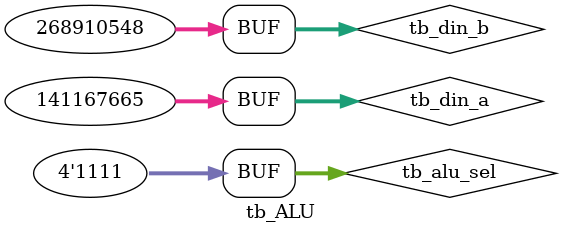
<source format=v>
`timescale 1ns / 1ps
module tb_ALU(  );
    // Define input and output ports 
    reg [31:0] tb_din_a = 0;
    reg [31:0] tb_din_b = 0; 
    reg [3:0] tb_alu_sel = 0;
    wire [31:0] tb_alu_out;
    wire tb_carry_out;
    wire tb_zero;
    wire tb_overflow; 
    // Port Mapping 
    alu_32 instant(.A_in(tb_din_a), 
                .B_in(tb_din_b), 
                .ALU_Sel(tb_alu_sel),
                .ALU_Out(tb_alu_out),
                .Carry_Out(tb_carry_out),
                .Zero(tb_zero),
                .Overflow(tb_overflow));
    initial
        begin
            // Test 1     
            tb_din_a = 32'h086a0c31;
            tb_din_b = 32'hd785f148;
            tb_alu_sel = 4'b0000; 
            #20; // Run for 20ns 
        
            // Test 2     
            tb_din_a = 32'h086a0c31;
            tb_din_b = 32'h10073fd4;
            tb_alu_sel = 4'b0001; 
            #20; // Run for 20ns 
        
            // Test 3   
            tb_din_a = 32'h086a0c31;
            tb_din_b = 32'h90073fd4;
            tb_alu_sel = 4'b0010; 
            #20; // Run for 20ns 
            
            // Test 4     
            tb_din_a = 32'h086a0c31;
            tb_din_b = 32'h90073fd4;
            tb_alu_sel = 4'b0110; 
            #20; // Run for 20ns 
            
            // Test 5
            tb_din_a = 32'h086a0c31;
            tb_din_b = 32'h90073fd4;
            tb_alu_sel = 4'b0111; 
            #20; // Run for 20ns 
            
            // Test 6    
            tb_din_a = 32'h086a0c31;
            tb_din_b = 32'h90073fd4;
            tb_alu_sel = 4'b1100; 
            #20; // Run for 20ns 
            
            // Test 7     
            tb_din_a = 32'h086a0c31;
            tb_din_b = 32'h086a0c31;
            tb_alu_sel = 4'b1111; 
            #20; // Run for 20ns 
            
            // Test 8     
            tb_din_a = 32'h086a0c31;
            tb_din_b = 32'h10073fd4;
            tb_alu_sel = 4'b1111; 
            #20; // Run for 20ns 
    end 
endmodule

</source>
